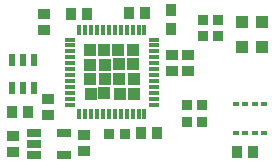
<source format=gtp>
G04 Layer_Color=8421504*
%FSLAX25Y25*%
%MOIN*%
G70*
G01*
G75*
%ADD10R,0.03740X0.01181*%
%ADD11R,0.01181X0.03740*%
%ADD13R,0.02362X0.04331*%
%ADD14R,0.04528X0.02559*%
%ADD15R,0.03347X0.03740*%
%ADD16R,0.03937X0.03937*%
%ADD17R,0.03740X0.03937*%
%ADD18R,0.03937X0.03543*%
%ADD19R,0.01969X0.01575*%
%ADD20R,0.03543X0.03937*%
%ADD42R,0.03933X0.03933*%
D10*
X74878Y23673D02*
D03*
Y25642D02*
D03*
Y27610D02*
D03*
Y29579D02*
D03*
Y31547D02*
D03*
Y33516D02*
D03*
Y35484D02*
D03*
Y37453D02*
D03*
Y39421D02*
D03*
Y41390D02*
D03*
Y43358D02*
D03*
Y45327D02*
D03*
X47122D02*
D03*
Y43358D02*
D03*
Y41390D02*
D03*
Y39421D02*
D03*
Y37453D02*
D03*
Y35484D02*
D03*
Y33516D02*
D03*
Y31547D02*
D03*
Y29579D02*
D03*
Y27610D02*
D03*
Y25642D02*
D03*
Y23673D02*
D03*
D11*
X71827Y48378D02*
D03*
X69858D02*
D03*
X67890D02*
D03*
X65921D02*
D03*
X63953D02*
D03*
X61984D02*
D03*
X60016D02*
D03*
X58047D02*
D03*
X56079D02*
D03*
X54110D02*
D03*
X52142D02*
D03*
X50173D02*
D03*
Y20622D02*
D03*
X52142D02*
D03*
X54110D02*
D03*
X56079D02*
D03*
X58047D02*
D03*
X60016D02*
D03*
X61984D02*
D03*
X63953D02*
D03*
X65921D02*
D03*
X67890D02*
D03*
X69858D02*
D03*
X71827D02*
D03*
D13*
X27660Y29176D02*
D03*
X31400D02*
D03*
X35140D02*
D03*
Y38624D02*
D03*
X31400D02*
D03*
X27660D02*
D03*
D14*
X34980Y14240D02*
D03*
Y10500D02*
D03*
Y6760D02*
D03*
X45020D02*
D03*
Y14240D02*
D03*
D15*
X91091Y23500D02*
D03*
X85972D02*
D03*
X65259Y13700D02*
D03*
X60141D02*
D03*
X96459Y52000D02*
D03*
X91341D02*
D03*
X96459Y46600D02*
D03*
X91341D02*
D03*
X91059Y18000D02*
D03*
X85941D02*
D03*
D16*
X111152Y42996D02*
D03*
X104459D02*
D03*
X111052Y51096D02*
D03*
X104359D02*
D03*
D17*
X80700Y55250D02*
D03*
Y48950D02*
D03*
D18*
X38200Y48443D02*
D03*
Y53758D02*
D03*
X51600Y8143D02*
D03*
Y13457D02*
D03*
X28000Y7842D02*
D03*
Y13158D02*
D03*
X81000Y34743D02*
D03*
Y40058D02*
D03*
X86500Y34743D02*
D03*
Y40058D02*
D03*
X39700Y25657D02*
D03*
Y20343D02*
D03*
D19*
X102276Y14276D02*
D03*
X105425D02*
D03*
X108575D02*
D03*
X111724D02*
D03*
Y23724D02*
D03*
X108575D02*
D03*
X105425D02*
D03*
X102276D02*
D03*
D20*
X107957Y8000D02*
D03*
X102643D02*
D03*
X27643Y21200D02*
D03*
X32958D02*
D03*
X66843Y54300D02*
D03*
X72158D02*
D03*
X52758Y53900D02*
D03*
X47442D02*
D03*
X70543Y14200D02*
D03*
X75858D02*
D03*
D42*
X63242Y32208D02*
D03*
X63522Y27032D02*
D03*
X68377Y27152D02*
D03*
X68217Y32047D02*
D03*
X68176Y37061D02*
D03*
X63282D02*
D03*
X58669Y36820D02*
D03*
X58549Y32127D02*
D03*
X58508Y27353D02*
D03*
X53855Y27152D02*
D03*
X53734Y32047D02*
D03*
X53654Y36700D02*
D03*
X53734Y42014D02*
D03*
X58388Y41875D02*
D03*
X63001D02*
D03*
X68096Y41916D02*
D03*
M02*

</source>
